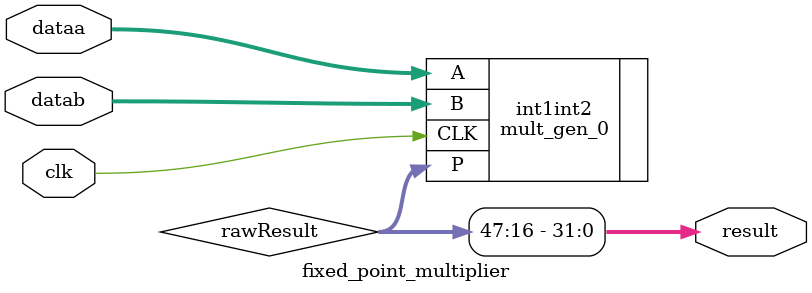
<source format=v>
module fixed_point_multiplier (
    input         clk,
    //input         en,
	input  [31:0] dataa, datab,
	output [31:0] result);

	wire[63:0] rawResult;

	mult_gen_0 int1int2(
        .CLK ( clk      ),
        //.CE  ( en       ),
        .A   ( dataa    ),
		.B   ( datab    ),
		.P   ( rawResult)
    );



	// Shift over all bits appropriately and add

	assign result = rawResult[47:16];

endmodule
</source>
